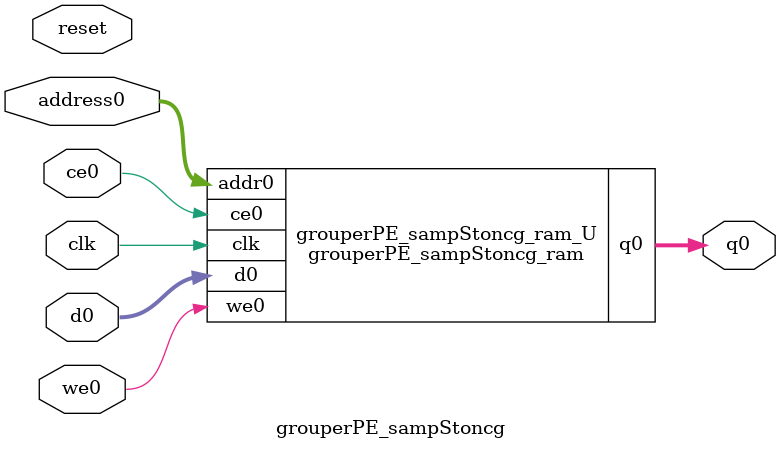
<source format=v>

`timescale 1 ns / 1 ps
module grouperPE_sampStoncg_ram (addr0, ce0, d0, we0, q0,  clk);

parameter DWIDTH = 32;
parameter AWIDTH = 5;
parameter MEM_SIZE = 32;

input[AWIDTH-1:0] addr0;
input ce0;
input[DWIDTH-1:0] d0;
input we0;
output reg[DWIDTH-1:0] q0;
input clk;

(* ram_style = "block" *)reg [DWIDTH-1:0] ram[0:MEM_SIZE-1];




always @(posedge clk)  
begin 
    if (ce0) 
    begin
        if (we0) 
        begin 
            ram[addr0] <= d0; 
            q0 <= d0;
        end 
        else 
            q0 <= ram[addr0];
    end
end


endmodule


`timescale 1 ns / 1 ps
module grouperPE_sampStoncg(
    reset,
    clk,
    address0,
    ce0,
    we0,
    d0,
    q0);

parameter DataWidth = 32'd32;
parameter AddressRange = 32'd32;
parameter AddressWidth = 32'd5;
input reset;
input clk;
input[AddressWidth - 1:0] address0;
input ce0;
input we0;
input[DataWidth - 1:0] d0;
output[DataWidth - 1:0] q0;



grouperPE_sampStoncg_ram grouperPE_sampStoncg_ram_U(
    .clk( clk ),
    .addr0( address0 ),
    .ce0( ce0 ),
    .we0( we0 ),
    .d0( d0 ),
    .q0( q0 ));

endmodule


</source>
